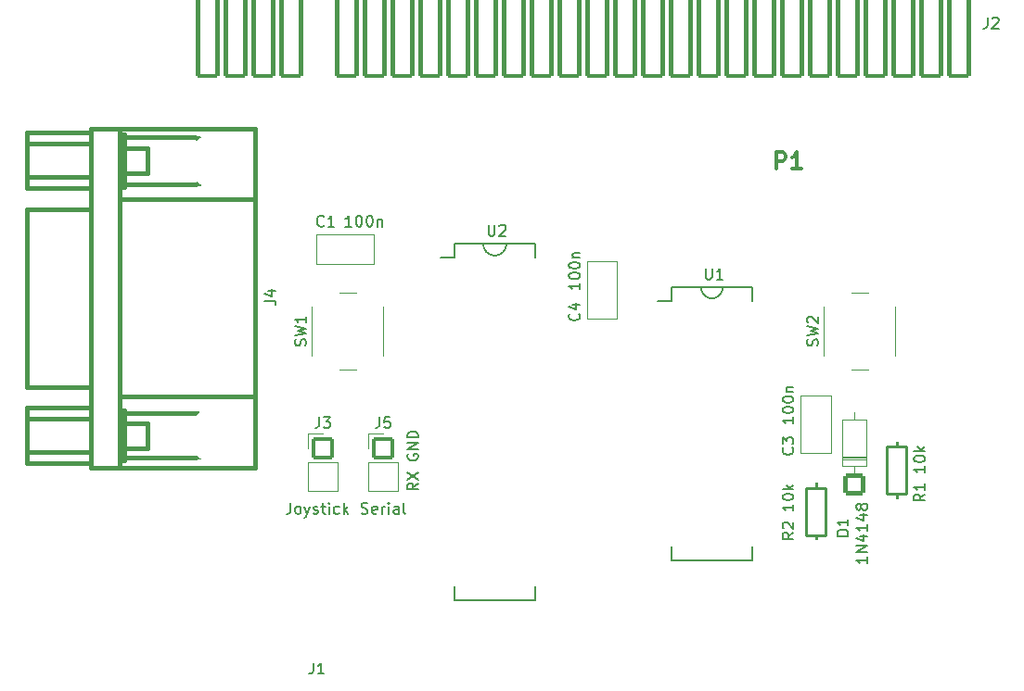
<source format=gto>
G04 #@! TF.GenerationSoftware,KiCad,Pcbnew,(6.0.11)*
G04 #@! TF.CreationDate,2023-05-12T09:27:08+02:00*
G04 #@! TF.ProjectId,DandaCartBase,44616e64-6143-4617-9274-426173652e6b,rev?*
G04 #@! TF.SameCoordinates,Original*
G04 #@! TF.FileFunction,Legend,Top*
G04 #@! TF.FilePolarity,Positive*
%FSLAX46Y46*%
G04 Gerber Fmt 4.6, Leading zero omitted, Abs format (unit mm)*
G04 Created by KiCad (PCBNEW (6.0.11)) date 2023-05-12 09:27:08*
%MOMM*%
%LPD*%
G01*
G04 APERTURE LIST*
G04 Aperture macros list*
%AMRoundRect*
0 Rectangle with rounded corners*
0 $1 Rounding radius*
0 $2 $3 $4 $5 $6 $7 $8 $9 X,Y pos of 4 corners*
0 Add a 4 corners polygon primitive as box body*
4,1,4,$2,$3,$4,$5,$6,$7,$8,$9,$2,$3,0*
0 Add four circle primitives for the rounded corners*
1,1,$1+$1,$2,$3*
1,1,$1+$1,$4,$5*
1,1,$1+$1,$6,$7*
1,1,$1+$1,$8,$9*
0 Add four rect primitives between the rounded corners*
20,1,$1+$1,$2,$3,$4,$5,0*
20,1,$1+$1,$4,$5,$6,$7,0*
20,1,$1+$1,$6,$7,$8,$9,0*
20,1,$1+$1,$8,$9,$2,$3,0*%
G04 Aperture macros list end*
%ADD10C,0.150000*%
%ADD11C,0.304800*%
%ADD12C,0.254000*%
%ADD13C,0.120000*%
%ADD14C,0.381000*%
%ADD15O,2.300000X1.600000*%
%ADD16C,1.998980*%
%ADD17O,2.700000X2.000000*%
%ADD18C,2.398980*%
%ADD19O,2.178000X5.480000*%
%ADD20RoundRect,0.200000X-0.889000X-3.810000X0.889000X-3.810000X0.889000X3.810000X-0.889000X3.810000X0*%
%ADD21C,2.400000*%
%ADD22C,2.000000*%
%ADD23RoundRect,0.200000X-0.850000X-0.850000X0.850000X-0.850000X0.850000X0.850000X-0.850000X0.850000X0*%
%ADD24O,2.100000X2.100000*%
%ADD25C,5.401260*%
%ADD26O,2.398980X1.901140*%
%ADD27RoundRect,0.200000X0.800000X-0.800000X0.800000X0.800000X-0.800000X0.800000X-0.800000X-0.800000X0*%
%ADD28O,2.000000X2.000000*%
%ADD29C,2.178000*%
G04 APERTURE END LIST*
D10*
X182702380Y-107142857D02*
X182702380Y-107714285D01*
X182702380Y-107428571D02*
X181702380Y-107428571D01*
X181845238Y-107523809D01*
X181940476Y-107619047D01*
X181988095Y-107714285D01*
X182702380Y-106714285D02*
X181702380Y-106714285D01*
X182702380Y-106142857D01*
X181702380Y-106142857D01*
X182035714Y-105238095D02*
X182702380Y-105238095D01*
X181654761Y-105476190D02*
X182369047Y-105714285D01*
X182369047Y-105095238D01*
X182702380Y-104190476D02*
X182702380Y-104761904D01*
X182702380Y-104476190D02*
X181702380Y-104476190D01*
X181845238Y-104571428D01*
X181940476Y-104666666D01*
X181988095Y-104761904D01*
X182035714Y-103333333D02*
X182702380Y-103333333D01*
X181654761Y-103571428D02*
X182369047Y-103809523D01*
X182369047Y-103190476D01*
X182130952Y-102666666D02*
X182083333Y-102761904D01*
X182035714Y-102809523D01*
X181940476Y-102857142D01*
X181892857Y-102857142D01*
X181797619Y-102809523D01*
X181750000Y-102761904D01*
X181702380Y-102666666D01*
X181702380Y-102476190D01*
X181750000Y-102380952D01*
X181797619Y-102333333D01*
X181892857Y-102285714D01*
X181940476Y-102285714D01*
X182035714Y-102333333D01*
X182083333Y-102380952D01*
X182130952Y-102476190D01*
X182130952Y-102666666D01*
X182178571Y-102761904D01*
X182226190Y-102809523D01*
X182321428Y-102857142D01*
X182511904Y-102857142D01*
X182607142Y-102809523D01*
X182654761Y-102761904D01*
X182702380Y-102666666D01*
X182702380Y-102476190D01*
X182654761Y-102380952D01*
X182607142Y-102333333D01*
X182511904Y-102285714D01*
X182321428Y-102285714D01*
X182226190Y-102333333D01*
X182178571Y-102380952D01*
X182130952Y-102476190D01*
X187952380Y-98845238D02*
X187952380Y-99416666D01*
X187952380Y-99130952D02*
X186952380Y-99130952D01*
X187095238Y-99226190D01*
X187190476Y-99321428D01*
X187238095Y-99416666D01*
X186952380Y-98226190D02*
X186952380Y-98130952D01*
X187000000Y-98035714D01*
X187047619Y-97988095D01*
X187142857Y-97940476D01*
X187333333Y-97892857D01*
X187571428Y-97892857D01*
X187761904Y-97940476D01*
X187857142Y-97988095D01*
X187904761Y-98035714D01*
X187952380Y-98130952D01*
X187952380Y-98226190D01*
X187904761Y-98321428D01*
X187857142Y-98369047D01*
X187761904Y-98416666D01*
X187571428Y-98464285D01*
X187333333Y-98464285D01*
X187142857Y-98416666D01*
X187047619Y-98369047D01*
X187000000Y-98321428D01*
X186952380Y-98226190D01*
X187952380Y-97464285D02*
X186952380Y-97464285D01*
X187571428Y-97369047D02*
X187952380Y-97083333D01*
X187285714Y-97083333D02*
X187666666Y-97464285D01*
X175952380Y-102345238D02*
X175952380Y-102916666D01*
X175952380Y-102630952D02*
X174952380Y-102630952D01*
X175095238Y-102726190D01*
X175190476Y-102821428D01*
X175238095Y-102916666D01*
X174952380Y-101726190D02*
X174952380Y-101630952D01*
X175000000Y-101535714D01*
X175047619Y-101488095D01*
X175142857Y-101440476D01*
X175333333Y-101392857D01*
X175571428Y-101392857D01*
X175761904Y-101440476D01*
X175857142Y-101488095D01*
X175904761Y-101535714D01*
X175952380Y-101630952D01*
X175952380Y-101726190D01*
X175904761Y-101821428D01*
X175857142Y-101869047D01*
X175761904Y-101916666D01*
X175571428Y-101964285D01*
X175333333Y-101964285D01*
X175142857Y-101916666D01*
X175047619Y-101869047D01*
X175000000Y-101821428D01*
X174952380Y-101726190D01*
X175952380Y-100964285D02*
X174952380Y-100964285D01*
X175571428Y-100869047D02*
X175952380Y-100583333D01*
X175285714Y-100583333D02*
X175666666Y-100964285D01*
X175952380Y-94369047D02*
X175952380Y-94940476D01*
X175952380Y-94654761D02*
X174952380Y-94654761D01*
X175095238Y-94750000D01*
X175190476Y-94845238D01*
X175238095Y-94940476D01*
X174952380Y-93750000D02*
X174952380Y-93654761D01*
X175000000Y-93559523D01*
X175047619Y-93511904D01*
X175142857Y-93464285D01*
X175333333Y-93416666D01*
X175571428Y-93416666D01*
X175761904Y-93464285D01*
X175857142Y-93511904D01*
X175904761Y-93559523D01*
X175952380Y-93654761D01*
X175952380Y-93750000D01*
X175904761Y-93845238D01*
X175857142Y-93892857D01*
X175761904Y-93940476D01*
X175571428Y-93988095D01*
X175333333Y-93988095D01*
X175142857Y-93940476D01*
X175047619Y-93892857D01*
X175000000Y-93845238D01*
X174952380Y-93750000D01*
X174952380Y-92797619D02*
X174952380Y-92702380D01*
X175000000Y-92607142D01*
X175047619Y-92559523D01*
X175142857Y-92511904D01*
X175333333Y-92464285D01*
X175571428Y-92464285D01*
X175761904Y-92511904D01*
X175857142Y-92559523D01*
X175904761Y-92607142D01*
X175952380Y-92702380D01*
X175952380Y-92797619D01*
X175904761Y-92892857D01*
X175857142Y-92940476D01*
X175761904Y-92988095D01*
X175571428Y-93035714D01*
X175333333Y-93035714D01*
X175142857Y-92988095D01*
X175047619Y-92940476D01*
X175000000Y-92892857D01*
X174952380Y-92797619D01*
X175285714Y-92035714D02*
X175952380Y-92035714D01*
X175380952Y-92035714D02*
X175333333Y-91988095D01*
X175285714Y-91892857D01*
X175285714Y-91750000D01*
X175333333Y-91654761D01*
X175428571Y-91607142D01*
X175952380Y-91607142D01*
X156452380Y-82119047D02*
X156452380Y-82690476D01*
X156452380Y-82404761D02*
X155452380Y-82404761D01*
X155595238Y-82500000D01*
X155690476Y-82595238D01*
X155738095Y-82690476D01*
X155452380Y-81500000D02*
X155452380Y-81404761D01*
X155500000Y-81309523D01*
X155547619Y-81261904D01*
X155642857Y-81214285D01*
X155833333Y-81166666D01*
X156071428Y-81166666D01*
X156261904Y-81214285D01*
X156357142Y-81261904D01*
X156404761Y-81309523D01*
X156452380Y-81404761D01*
X156452380Y-81500000D01*
X156404761Y-81595238D01*
X156357142Y-81642857D01*
X156261904Y-81690476D01*
X156071428Y-81738095D01*
X155833333Y-81738095D01*
X155642857Y-81690476D01*
X155547619Y-81642857D01*
X155500000Y-81595238D01*
X155452380Y-81500000D01*
X155452380Y-80547619D02*
X155452380Y-80452380D01*
X155500000Y-80357142D01*
X155547619Y-80309523D01*
X155642857Y-80261904D01*
X155833333Y-80214285D01*
X156071428Y-80214285D01*
X156261904Y-80261904D01*
X156357142Y-80309523D01*
X156404761Y-80357142D01*
X156452380Y-80452380D01*
X156452380Y-80547619D01*
X156404761Y-80642857D01*
X156357142Y-80690476D01*
X156261904Y-80738095D01*
X156071428Y-80785714D01*
X155833333Y-80785714D01*
X155642857Y-80738095D01*
X155547619Y-80690476D01*
X155500000Y-80642857D01*
X155452380Y-80547619D01*
X155785714Y-79785714D02*
X156452380Y-79785714D01*
X155880952Y-79785714D02*
X155833333Y-79738095D01*
X155785714Y-79642857D01*
X155785714Y-79500000D01*
X155833333Y-79404761D01*
X155928571Y-79357142D01*
X156452380Y-79357142D01*
X135630952Y-76952380D02*
X135059523Y-76952380D01*
X135345238Y-76952380D02*
X135345238Y-75952380D01*
X135250000Y-76095238D01*
X135154761Y-76190476D01*
X135059523Y-76238095D01*
X136250000Y-75952380D02*
X136345238Y-75952380D01*
X136440476Y-76000000D01*
X136488095Y-76047619D01*
X136535714Y-76142857D01*
X136583333Y-76333333D01*
X136583333Y-76571428D01*
X136535714Y-76761904D01*
X136488095Y-76857142D01*
X136440476Y-76904761D01*
X136345238Y-76952380D01*
X136250000Y-76952380D01*
X136154761Y-76904761D01*
X136107142Y-76857142D01*
X136059523Y-76761904D01*
X136011904Y-76571428D01*
X136011904Y-76333333D01*
X136059523Y-76142857D01*
X136107142Y-76047619D01*
X136154761Y-76000000D01*
X136250000Y-75952380D01*
X137202380Y-75952380D02*
X137297619Y-75952380D01*
X137392857Y-76000000D01*
X137440476Y-76047619D01*
X137488095Y-76142857D01*
X137535714Y-76333333D01*
X137535714Y-76571428D01*
X137488095Y-76761904D01*
X137440476Y-76857142D01*
X137392857Y-76904761D01*
X137297619Y-76952380D01*
X137202380Y-76952380D01*
X137107142Y-76904761D01*
X137059523Y-76857142D01*
X137011904Y-76761904D01*
X136964285Y-76571428D01*
X136964285Y-76333333D01*
X137011904Y-76142857D01*
X137059523Y-76047619D01*
X137107142Y-76000000D01*
X137202380Y-75952380D01*
X137964285Y-76285714D02*
X137964285Y-76952380D01*
X137964285Y-76380952D02*
X138011904Y-76333333D01*
X138107142Y-76285714D01*
X138250000Y-76285714D01*
X138345238Y-76333333D01*
X138392857Y-76428571D01*
X138392857Y-76952380D01*
X147630260Y-78494268D02*
G75*
G03*
X149749999Y-78500000I1059740J-50732D01*
G01*
X167519983Y-82500594D02*
G75*
G03*
X169500000Y-82500000I990017J-29406D01*
G01*
X140750000Y-97761904D02*
X140702380Y-97857142D01*
X140702380Y-98000000D01*
X140750000Y-98142857D01*
X140845238Y-98238095D01*
X140940476Y-98285714D01*
X141130952Y-98333333D01*
X141273809Y-98333333D01*
X141464285Y-98285714D01*
X141559523Y-98238095D01*
X141654761Y-98142857D01*
X141702380Y-98000000D01*
X141702380Y-97904761D01*
X141654761Y-97761904D01*
X141607142Y-97714285D01*
X141273809Y-97714285D01*
X141273809Y-97904761D01*
X141702380Y-97285714D02*
X140702380Y-97285714D01*
X141702380Y-96714285D01*
X140702380Y-96714285D01*
X141702380Y-96238095D02*
X140702380Y-96238095D01*
X140702380Y-96000000D01*
X140750000Y-95857142D01*
X140845238Y-95761904D01*
X140940476Y-95714285D01*
X141130952Y-95666666D01*
X141273809Y-95666666D01*
X141464285Y-95714285D01*
X141559523Y-95761904D01*
X141654761Y-95857142D01*
X141702380Y-96000000D01*
X141702380Y-96238095D01*
X136523809Y-103154761D02*
X136666666Y-103202380D01*
X136904761Y-103202380D01*
X137000000Y-103154761D01*
X137047619Y-103107142D01*
X137095238Y-103011904D01*
X137095238Y-102916666D01*
X137047619Y-102821428D01*
X137000000Y-102773809D01*
X136904761Y-102726190D01*
X136714285Y-102678571D01*
X136619047Y-102630952D01*
X136571428Y-102583333D01*
X136523809Y-102488095D01*
X136523809Y-102392857D01*
X136571428Y-102297619D01*
X136619047Y-102250000D01*
X136714285Y-102202380D01*
X136952380Y-102202380D01*
X137095238Y-102250000D01*
X137904761Y-103154761D02*
X137809523Y-103202380D01*
X137619047Y-103202380D01*
X137523809Y-103154761D01*
X137476190Y-103059523D01*
X137476190Y-102678571D01*
X137523809Y-102583333D01*
X137619047Y-102535714D01*
X137809523Y-102535714D01*
X137904761Y-102583333D01*
X137952380Y-102678571D01*
X137952380Y-102773809D01*
X137476190Y-102869047D01*
X138380952Y-103202380D02*
X138380952Y-102535714D01*
X138380952Y-102726190D02*
X138428571Y-102630952D01*
X138476190Y-102583333D01*
X138571428Y-102535714D01*
X138666666Y-102535714D01*
X139000000Y-103202380D02*
X139000000Y-102535714D01*
X139000000Y-102202380D02*
X138952380Y-102250000D01*
X139000000Y-102297619D01*
X139047619Y-102250000D01*
X139000000Y-102202380D01*
X139000000Y-102297619D01*
X139904761Y-103202380D02*
X139904761Y-102678571D01*
X139857142Y-102583333D01*
X139761904Y-102535714D01*
X139571428Y-102535714D01*
X139476190Y-102583333D01*
X139904761Y-103154761D02*
X139809523Y-103202380D01*
X139571428Y-103202380D01*
X139476190Y-103154761D01*
X139428571Y-103059523D01*
X139428571Y-102964285D01*
X139476190Y-102869047D01*
X139571428Y-102821428D01*
X139809523Y-102821428D01*
X139904761Y-102773809D01*
X140523809Y-103202380D02*
X140428571Y-103154761D01*
X140380952Y-103059523D01*
X140380952Y-102202380D01*
X130047619Y-102202380D02*
X130047619Y-102916666D01*
X130000000Y-103059523D01*
X129904761Y-103154761D01*
X129761904Y-103202380D01*
X129666666Y-103202380D01*
X130666666Y-103202380D02*
X130571428Y-103154761D01*
X130523809Y-103107142D01*
X130476190Y-103011904D01*
X130476190Y-102726190D01*
X130523809Y-102630952D01*
X130571428Y-102583333D01*
X130666666Y-102535714D01*
X130809523Y-102535714D01*
X130904761Y-102583333D01*
X130952380Y-102630952D01*
X131000000Y-102726190D01*
X131000000Y-103011904D01*
X130952380Y-103107142D01*
X130904761Y-103154761D01*
X130809523Y-103202380D01*
X130666666Y-103202380D01*
X131333333Y-102535714D02*
X131571428Y-103202380D01*
X131809523Y-102535714D02*
X131571428Y-103202380D01*
X131476190Y-103440476D01*
X131428571Y-103488095D01*
X131333333Y-103535714D01*
X132142857Y-103154761D02*
X132238095Y-103202380D01*
X132428571Y-103202380D01*
X132523809Y-103154761D01*
X132571428Y-103059523D01*
X132571428Y-103011904D01*
X132523809Y-102916666D01*
X132428571Y-102869047D01*
X132285714Y-102869047D01*
X132190476Y-102821428D01*
X132142857Y-102726190D01*
X132142857Y-102678571D01*
X132190476Y-102583333D01*
X132285714Y-102535714D01*
X132428571Y-102535714D01*
X132523809Y-102583333D01*
X132857142Y-102535714D02*
X133238095Y-102535714D01*
X133000000Y-102202380D02*
X133000000Y-103059523D01*
X133047619Y-103154761D01*
X133142857Y-103202380D01*
X133238095Y-103202380D01*
X133571428Y-103202380D02*
X133571428Y-102535714D01*
X133571428Y-102202380D02*
X133523809Y-102250000D01*
X133571428Y-102297619D01*
X133619047Y-102250000D01*
X133571428Y-102202380D01*
X133571428Y-102297619D01*
X134476190Y-103154761D02*
X134380952Y-103202380D01*
X134190476Y-103202380D01*
X134095238Y-103154761D01*
X134047619Y-103107142D01*
X134000000Y-103011904D01*
X134000000Y-102726190D01*
X134047619Y-102630952D01*
X134095238Y-102583333D01*
X134190476Y-102535714D01*
X134380952Y-102535714D01*
X134476190Y-102583333D01*
X134904761Y-103202380D02*
X134904761Y-102202380D01*
X135000000Y-102821428D02*
X135285714Y-103202380D01*
X135285714Y-102535714D02*
X134904761Y-102916666D01*
X141702380Y-100416666D02*
X141226190Y-100750000D01*
X141702380Y-100988095D02*
X140702380Y-100988095D01*
X140702380Y-100607142D01*
X140750000Y-100511904D01*
X140797619Y-100464285D01*
X140892857Y-100416666D01*
X141035714Y-100416666D01*
X141130952Y-100464285D01*
X141178571Y-100511904D01*
X141226190Y-100607142D01*
X141226190Y-100988095D01*
X140702380Y-100083333D02*
X141702380Y-99416666D01*
X140702380Y-99416666D02*
X141702380Y-100083333D01*
X167938095Y-80777380D02*
X167938095Y-81586904D01*
X167985714Y-81682142D01*
X168033333Y-81729761D01*
X168128571Y-81777380D01*
X168319047Y-81777380D01*
X168414285Y-81729761D01*
X168461904Y-81682142D01*
X168509523Y-81586904D01*
X168509523Y-80777380D01*
X169509523Y-81777380D02*
X168938095Y-81777380D01*
X169223809Y-81777380D02*
X169223809Y-80777380D01*
X169128571Y-80920238D01*
X169033333Y-81015476D01*
X168938095Y-81063095D01*
X175952380Y-104916666D02*
X175476190Y-105250000D01*
X175952380Y-105488095D02*
X174952380Y-105488095D01*
X174952380Y-105107142D01*
X175000000Y-105011904D01*
X175047619Y-104964285D01*
X175142857Y-104916666D01*
X175285714Y-104916666D01*
X175380952Y-104964285D01*
X175428571Y-105011904D01*
X175476190Y-105107142D01*
X175476190Y-105488095D01*
X175047619Y-104535714D02*
X175000000Y-104488095D01*
X174952380Y-104392857D01*
X174952380Y-104154761D01*
X175000000Y-104059523D01*
X175047619Y-104011904D01*
X175142857Y-103964285D01*
X175238095Y-103964285D01*
X175380952Y-104011904D01*
X175952380Y-104583333D01*
X175952380Y-103964285D01*
X148118095Y-76792380D02*
X148118095Y-77601904D01*
X148165714Y-77697142D01*
X148213333Y-77744761D01*
X148308571Y-77792380D01*
X148499047Y-77792380D01*
X148594285Y-77744761D01*
X148641904Y-77697142D01*
X148689523Y-77601904D01*
X148689523Y-76792380D01*
X149118095Y-76887619D02*
X149165714Y-76840000D01*
X149260952Y-76792380D01*
X149499047Y-76792380D01*
X149594285Y-76840000D01*
X149641904Y-76887619D01*
X149689523Y-76982857D01*
X149689523Y-77078095D01*
X149641904Y-77220952D01*
X149070476Y-77792380D01*
X149689523Y-77792380D01*
X132104666Y-116825380D02*
X132104666Y-117539666D01*
X132057047Y-117682523D01*
X131961809Y-117777761D01*
X131818952Y-117825380D01*
X131723714Y-117825380D01*
X133104666Y-117825380D02*
X132533238Y-117825380D01*
X132818952Y-117825380D02*
X132818952Y-116825380D01*
X132723714Y-116968238D01*
X132628476Y-117063476D01*
X132533238Y-117111095D01*
X193679666Y-57836380D02*
X193679666Y-58550666D01*
X193632047Y-58693523D01*
X193536809Y-58788761D01*
X193393952Y-58836380D01*
X193298714Y-58836380D01*
X194108238Y-57931619D02*
X194155857Y-57884000D01*
X194251095Y-57836380D01*
X194489190Y-57836380D01*
X194584428Y-57884000D01*
X194632047Y-57931619D01*
X194679666Y-58026857D01*
X194679666Y-58122095D01*
X194632047Y-58264952D01*
X194060619Y-58836380D01*
X194679666Y-58836380D01*
X187952380Y-101416666D02*
X187476190Y-101750000D01*
X187952380Y-101988095D02*
X186952380Y-101988095D01*
X186952380Y-101607142D01*
X187000000Y-101511904D01*
X187047619Y-101464285D01*
X187142857Y-101416666D01*
X187285714Y-101416666D01*
X187380952Y-101464285D01*
X187428571Y-101511904D01*
X187476190Y-101607142D01*
X187476190Y-101988095D01*
X187952380Y-100464285D02*
X187952380Y-101035714D01*
X187952380Y-100750000D02*
X186952380Y-100750000D01*
X187095238Y-100845238D01*
X187190476Y-100940476D01*
X187238095Y-101035714D01*
X178154761Y-87833333D02*
X178202380Y-87690476D01*
X178202380Y-87452380D01*
X178154761Y-87357142D01*
X178107142Y-87309523D01*
X178011904Y-87261904D01*
X177916666Y-87261904D01*
X177821428Y-87309523D01*
X177773809Y-87357142D01*
X177726190Y-87452380D01*
X177678571Y-87642857D01*
X177630952Y-87738095D01*
X177583333Y-87785714D01*
X177488095Y-87833333D01*
X177392857Y-87833333D01*
X177297619Y-87785714D01*
X177250000Y-87738095D01*
X177202380Y-87642857D01*
X177202380Y-87404761D01*
X177250000Y-87261904D01*
X177202380Y-86928571D02*
X178202380Y-86690476D01*
X177488095Y-86500000D01*
X178202380Y-86309523D01*
X177202380Y-86071428D01*
X177297619Y-85738095D02*
X177250000Y-85690476D01*
X177202380Y-85595238D01*
X177202380Y-85357142D01*
X177250000Y-85261904D01*
X177297619Y-85214285D01*
X177392857Y-85166666D01*
X177488095Y-85166666D01*
X177630952Y-85214285D01*
X178202380Y-85785714D01*
X178202380Y-85166666D01*
X133083333Y-76857142D02*
X133035714Y-76904761D01*
X132892857Y-76952380D01*
X132797619Y-76952380D01*
X132654761Y-76904761D01*
X132559523Y-76809523D01*
X132511904Y-76714285D01*
X132464285Y-76523809D01*
X132464285Y-76380952D01*
X132511904Y-76190476D01*
X132559523Y-76095238D01*
X132654761Y-76000000D01*
X132797619Y-75952380D01*
X132892857Y-75952380D01*
X133035714Y-76000000D01*
X133083333Y-76047619D01*
X134035714Y-76952380D02*
X133464285Y-76952380D01*
X133750000Y-76952380D02*
X133750000Y-75952380D01*
X133654761Y-76095238D01*
X133559523Y-76190476D01*
X133464285Y-76238095D01*
X131404761Y-87833333D02*
X131452380Y-87690476D01*
X131452380Y-87452380D01*
X131404761Y-87357142D01*
X131357142Y-87309523D01*
X131261904Y-87261904D01*
X131166666Y-87261904D01*
X131071428Y-87309523D01*
X131023809Y-87357142D01*
X130976190Y-87452380D01*
X130928571Y-87642857D01*
X130880952Y-87738095D01*
X130833333Y-87785714D01*
X130738095Y-87833333D01*
X130642857Y-87833333D01*
X130547619Y-87785714D01*
X130500000Y-87738095D01*
X130452380Y-87642857D01*
X130452380Y-87404761D01*
X130500000Y-87261904D01*
X130452380Y-86928571D02*
X131452380Y-86690476D01*
X130738095Y-86500000D01*
X131452380Y-86309523D01*
X130452380Y-86071428D01*
X131452380Y-85166666D02*
X131452380Y-85738095D01*
X131452380Y-85452380D02*
X130452380Y-85452380D01*
X130595238Y-85547619D01*
X130690476Y-85642857D01*
X130738095Y-85738095D01*
X132666666Y-94347380D02*
X132666666Y-95061666D01*
X132619047Y-95204523D01*
X132523809Y-95299761D01*
X132380952Y-95347380D01*
X132285714Y-95347380D01*
X133047619Y-94347380D02*
X133666666Y-94347380D01*
X133333333Y-94728333D01*
X133476190Y-94728333D01*
X133571428Y-94775952D01*
X133619047Y-94823571D01*
X133666666Y-94918809D01*
X133666666Y-95156904D01*
X133619047Y-95252142D01*
X133571428Y-95299761D01*
X133476190Y-95347380D01*
X133190476Y-95347380D01*
X133095238Y-95299761D01*
X133047619Y-95252142D01*
X175857142Y-97166666D02*
X175904761Y-97214285D01*
X175952380Y-97357142D01*
X175952380Y-97452380D01*
X175904761Y-97595238D01*
X175809523Y-97690476D01*
X175714285Y-97738095D01*
X175523809Y-97785714D01*
X175380952Y-97785714D01*
X175190476Y-97738095D01*
X175095238Y-97690476D01*
X175000000Y-97595238D01*
X174952380Y-97452380D01*
X174952380Y-97357142D01*
X175000000Y-97214285D01*
X175047619Y-97166666D01*
X174952380Y-96833333D02*
X174952380Y-96214285D01*
X175333333Y-96547619D01*
X175333333Y-96404761D01*
X175380952Y-96309523D01*
X175428571Y-96261904D01*
X175523809Y-96214285D01*
X175761904Y-96214285D01*
X175857142Y-96261904D01*
X175904761Y-96309523D01*
X175952380Y-96404761D01*
X175952380Y-96690476D01*
X175904761Y-96785714D01*
X175857142Y-96833333D01*
X127691380Y-83741333D02*
X128405666Y-83741333D01*
X128548523Y-83788952D01*
X128643761Y-83884190D01*
X128691380Y-84027047D01*
X128691380Y-84122285D01*
X128024714Y-82836571D02*
X128691380Y-82836571D01*
X127643761Y-83074666D02*
X128358047Y-83312761D01*
X128358047Y-82693714D01*
X138166666Y-94347380D02*
X138166666Y-95061666D01*
X138119047Y-95204523D01*
X138023809Y-95299761D01*
X137880952Y-95347380D01*
X137785714Y-95347380D01*
X139119047Y-94347380D02*
X138642857Y-94347380D01*
X138595238Y-94823571D01*
X138642857Y-94775952D01*
X138738095Y-94728333D01*
X138976190Y-94728333D01*
X139071428Y-94775952D01*
X139119047Y-94823571D01*
X139166666Y-94918809D01*
X139166666Y-95156904D01*
X139119047Y-95252142D01*
X139071428Y-95299761D01*
X138976190Y-95347380D01*
X138738095Y-95347380D01*
X138642857Y-95299761D01*
X138595238Y-95252142D01*
X180952380Y-105238095D02*
X179952380Y-105238095D01*
X179952380Y-105000000D01*
X180000000Y-104857142D01*
X180095238Y-104761904D01*
X180190476Y-104714285D01*
X180380952Y-104666666D01*
X180523809Y-104666666D01*
X180714285Y-104714285D01*
X180809523Y-104761904D01*
X180904761Y-104857142D01*
X180952380Y-105000000D01*
X180952380Y-105238095D01*
X180952380Y-103714285D02*
X180952380Y-104285714D01*
X180952380Y-104000000D02*
X179952380Y-104000000D01*
X180095238Y-104095238D01*
X180190476Y-104190476D01*
X180238095Y-104285714D01*
D11*
X174375142Y-71689428D02*
X174375142Y-70165428D01*
X174955714Y-70165428D01*
X175100857Y-70238000D01*
X175173428Y-70310571D01*
X175246000Y-70455714D01*
X175246000Y-70673428D01*
X175173428Y-70818571D01*
X175100857Y-70891142D01*
X174955714Y-70963714D01*
X174375142Y-70963714D01*
X176697428Y-71689428D02*
X175826571Y-71689428D01*
X176262000Y-71689428D02*
X176262000Y-70165428D01*
X176116857Y-70383142D01*
X175971714Y-70528285D01*
X175826571Y-70600857D01*
D10*
X156357142Y-84916666D02*
X156404761Y-84964285D01*
X156452380Y-85107142D01*
X156452380Y-85202380D01*
X156404761Y-85345238D01*
X156309523Y-85440476D01*
X156214285Y-85488095D01*
X156023809Y-85535714D01*
X155880952Y-85535714D01*
X155690476Y-85488095D01*
X155595238Y-85440476D01*
X155500000Y-85345238D01*
X155452380Y-85202380D01*
X155452380Y-85107142D01*
X155500000Y-84964285D01*
X155547619Y-84916666D01*
X155785714Y-84059523D02*
X156452380Y-84059523D01*
X155404761Y-84297619D02*
X156119047Y-84535714D01*
X156119047Y-83916666D01*
X172185000Y-82530000D02*
X172185000Y-83800000D01*
X164835000Y-107440000D02*
X172185000Y-107440000D01*
X172185000Y-107440000D02*
X172185000Y-106170000D01*
X164835000Y-82530000D02*
X164835000Y-83800000D01*
X164835000Y-83800000D02*
X163550000Y-83800000D01*
X164835000Y-107440000D02*
X164835000Y-106170000D01*
X164835000Y-82530000D02*
X172185000Y-82530000D01*
D12*
X178000000Y-105159000D02*
X178000000Y-106810000D01*
X177111000Y-100841000D02*
X177111000Y-105159000D01*
X178000000Y-100841000D02*
X178000000Y-99190000D01*
X177111000Y-105159000D02*
X178889000Y-105159000D01*
X178889000Y-100841000D02*
X177111000Y-100841000D01*
X178889000Y-105159000D02*
X178889000Y-100841000D01*
D10*
X145015000Y-78545000D02*
X145015000Y-79815000D01*
X145015000Y-78545000D02*
X152365000Y-78545000D01*
X152365000Y-111075000D02*
X152365000Y-109805000D01*
X145015000Y-111075000D02*
X152365000Y-111075000D01*
X145015000Y-79815000D02*
X143730000Y-79815000D01*
X145015000Y-111075000D02*
X145015000Y-109805000D01*
X152365000Y-78545000D02*
X152365000Y-79815000D01*
D12*
X186247923Y-97094357D02*
X184469923Y-97094357D01*
X184469923Y-101412357D02*
X186247923Y-101412357D01*
X185358923Y-101412357D02*
X185358923Y-103063357D01*
X186247923Y-101412357D02*
X186247923Y-97094357D01*
X184469923Y-97094357D02*
X184469923Y-101412357D01*
X185358923Y-97094357D02*
X185358923Y-95443357D01*
D13*
X181250000Y-90000000D02*
X182750000Y-90000000D01*
X185250000Y-88750000D02*
X185250000Y-84250000D01*
X182750000Y-83000000D02*
X181250000Y-83000000D01*
X178750000Y-84250000D02*
X178750000Y-88750000D01*
X132380000Y-77630000D02*
X137620000Y-77630000D01*
X137620000Y-77630000D02*
X137620000Y-80370000D01*
X132380000Y-80370000D02*
X137620000Y-80370000D01*
X132380000Y-77630000D02*
X132380000Y-80370000D01*
X138500000Y-88750000D02*
X138500000Y-84250000D01*
X134500000Y-90000000D02*
X136000000Y-90000000D01*
X132000000Y-84250000D02*
X132000000Y-88750000D01*
X136000000Y-83000000D02*
X134500000Y-83000000D01*
X131670000Y-98495000D02*
X134330000Y-98495000D01*
X131670000Y-95895000D02*
X133000000Y-95895000D01*
X131670000Y-97225000D02*
X131670000Y-95895000D01*
X131670000Y-101095000D02*
X134330000Y-101095000D01*
X134330000Y-98495000D02*
X134330000Y-101095000D01*
X131670000Y-98495000D02*
X131670000Y-101095000D01*
X179370000Y-97620000D02*
X179370000Y-92380000D01*
X176630000Y-97620000D02*
X176630000Y-92380000D01*
X176630000Y-92380000D02*
X179370000Y-92380000D01*
X176630000Y-97620000D02*
X179370000Y-97620000D01*
D14*
X105942000Y-93533000D02*
X105942000Y-98613000D01*
X114832000Y-98359000D02*
X114832000Y-93787000D01*
X111784000Y-68387000D02*
X105942000Y-68387000D01*
X126770000Y-68006000D02*
X111784000Y-68006000D01*
X114832000Y-68768000D02*
X121182000Y-68768000D01*
X105942000Y-73467000D02*
X111657000Y-73467000D01*
X116991000Y-94930000D02*
X116991000Y-97216000D01*
X116991000Y-72070000D02*
X114451000Y-72070000D01*
X105942000Y-91628000D02*
X111784000Y-91628000D01*
X123468000Y-69403000D02*
X123468000Y-72578000D01*
X114451000Y-92517000D02*
X126770000Y-92517000D01*
X123468000Y-72578000D02*
X121309000Y-73086000D01*
X123468000Y-94422000D02*
X123468000Y-97597000D01*
X114578000Y-68514000D02*
X114578000Y-73340000D01*
X114451000Y-74483000D02*
X126770000Y-74483000D01*
X126770000Y-98994000D02*
X126770000Y-68006000D01*
X114578000Y-73340000D02*
X114832000Y-73340000D01*
X111784000Y-93533000D02*
X105942000Y-93533000D01*
X114832000Y-73340000D02*
X114832000Y-68514000D01*
X114832000Y-93787000D02*
X114578000Y-93787000D01*
X114578000Y-93787000D02*
X114578000Y-98359000D01*
X105942000Y-75372000D02*
X105942000Y-91628000D01*
X121182000Y-68768000D02*
X123468000Y-69403000D01*
X121309000Y-98105000D02*
X114832000Y-98105000D01*
X111784000Y-69403000D02*
X105942000Y-69403000D01*
X114451000Y-94930000D02*
X116991000Y-94930000D01*
X114832000Y-94041000D02*
X121436000Y-94041000D01*
X114451000Y-68006000D02*
X114451000Y-98994000D01*
X123468000Y-97597000D02*
X121309000Y-98105000D01*
X105942000Y-68387000D02*
X105942000Y-73467000D01*
X111784000Y-97597000D02*
X105942000Y-97597000D01*
X111784000Y-68006000D02*
X111784000Y-98994000D01*
X121436000Y-94041000D02*
X123468000Y-94422000D01*
X105942000Y-98613000D02*
X111657000Y-98613000D01*
X111784000Y-98994000D02*
X126770000Y-98994000D01*
X116991000Y-97216000D02*
X114451000Y-97216000D01*
X114451000Y-69784000D02*
X116991000Y-69784000D01*
X111784000Y-72451000D02*
X105942000Y-72451000D01*
X111784000Y-94549000D02*
X105942000Y-94549000D01*
X114832000Y-68514000D02*
X114578000Y-68514000D01*
X116991000Y-69784000D02*
X116991000Y-72070000D01*
X114578000Y-98359000D02*
X114832000Y-98359000D01*
X121309000Y-73086000D02*
X114832000Y-73086000D01*
X111784000Y-75372000D02*
X105942000Y-75372000D01*
D13*
X137170000Y-97225000D02*
X137170000Y-95895000D01*
X139830000Y-98495000D02*
X139830000Y-101095000D01*
X137170000Y-98495000D02*
X139830000Y-98495000D01*
X137170000Y-98495000D02*
X137170000Y-101095000D01*
X137170000Y-95895000D02*
X138500000Y-95895000D01*
X137170000Y-101095000D02*
X139830000Y-101095000D01*
X180380000Y-98090000D02*
X182620000Y-98090000D01*
X180380000Y-94570000D02*
X180380000Y-98810000D01*
X181500000Y-99460000D02*
X181500000Y-98810000D01*
X180380000Y-97970000D02*
X182620000Y-97970000D01*
X182620000Y-98810000D02*
X182620000Y-94570000D01*
X182620000Y-94570000D02*
X180380000Y-94570000D01*
X180380000Y-98210000D02*
X182620000Y-98210000D01*
X181500000Y-93920000D02*
X181500000Y-94570000D01*
X180380000Y-98810000D02*
X182620000Y-98810000D01*
X157130000Y-85370000D02*
X157130000Y-80130000D01*
X157130000Y-85370000D02*
X159870000Y-85370000D01*
X159870000Y-85370000D02*
X159870000Y-80130000D01*
X157130000Y-80130000D02*
X159870000Y-80130000D01*
D15*
X164700000Y-84825000D03*
X164700000Y-87365000D03*
X164700000Y-89905000D03*
X164700000Y-92445000D03*
X164700000Y-94985000D03*
X164700000Y-97525000D03*
X164700000Y-100065000D03*
X164700000Y-102605000D03*
X164700000Y-105145000D03*
X172320000Y-105145000D03*
X172320000Y-102605000D03*
X172320000Y-100065000D03*
X172320000Y-97525000D03*
X172320000Y-94985000D03*
X172320000Y-92445000D03*
X172320000Y-89905000D03*
X172320000Y-87365000D03*
X172320000Y-84825000D03*
D16*
X178000000Y-99190000D03*
X178000000Y-106810000D03*
D15*
X144880000Y-80840000D03*
X144880000Y-83380000D03*
X144880000Y-85920000D03*
X144880000Y-88460000D03*
X144880000Y-91000000D03*
X144880000Y-93540000D03*
X144880000Y-96080000D03*
X144880000Y-98620000D03*
X144880000Y-101160000D03*
X144880000Y-103700000D03*
X144880000Y-106240000D03*
X144880000Y-108780000D03*
X152500000Y-108780000D03*
X152500000Y-106240000D03*
X152500000Y-103700000D03*
X152500000Y-101160000D03*
X152500000Y-98620000D03*
X152500000Y-96080000D03*
X152500000Y-93540000D03*
X152500000Y-91000000D03*
X152500000Y-88460000D03*
X152500000Y-85920000D03*
X152500000Y-83380000D03*
X152500000Y-80840000D03*
D16*
X185358923Y-103063357D03*
X185358923Y-95443357D03*
%LPC*%
D17*
X164700000Y-84825000D03*
X164700000Y-87365000D03*
X164700000Y-89905000D03*
X164700000Y-92445000D03*
X164700000Y-94985000D03*
X164700000Y-97525000D03*
X164700000Y-100065000D03*
X164700000Y-102605000D03*
X164700000Y-105145000D03*
X172320000Y-105145000D03*
X172320000Y-102605000D03*
X172320000Y-100065000D03*
X172320000Y-97525000D03*
X172320000Y-94985000D03*
X172320000Y-92445000D03*
X172320000Y-89905000D03*
X172320000Y-87365000D03*
X172320000Y-84825000D03*
D18*
X178000000Y-99190000D03*
X178000000Y-106810000D03*
D17*
X144880000Y-80840000D03*
X144880000Y-83380000D03*
X144880000Y-85920000D03*
X144880000Y-88460000D03*
X144880000Y-91000000D03*
X144880000Y-93540000D03*
X144880000Y-96080000D03*
X144880000Y-98620000D03*
X144880000Y-101160000D03*
X144880000Y-103700000D03*
X144880000Y-106240000D03*
X144880000Y-108780000D03*
X152500000Y-108780000D03*
X152500000Y-106240000D03*
X152500000Y-103700000D03*
X152500000Y-101160000D03*
X152500000Y-98620000D03*
X152500000Y-96080000D03*
X152500000Y-93540000D03*
X152500000Y-91000000D03*
X152500000Y-88460000D03*
X152500000Y-85920000D03*
X152500000Y-83380000D03*
X152500000Y-80840000D03*
D19*
X122349000Y-117284000D03*
X124889000Y-117284000D03*
X127429000Y-117284000D03*
X129969000Y-117284000D03*
X135049000Y-117284000D03*
X137589000Y-117284000D03*
X140129000Y-117284000D03*
X142669000Y-117284000D03*
X145209000Y-117284000D03*
X147749000Y-117284000D03*
X150289000Y-117284000D03*
X152829000Y-117284000D03*
X155369000Y-117284000D03*
X157909000Y-117284000D03*
X160449000Y-117284000D03*
X162989000Y-117284000D03*
X165529000Y-117284000D03*
X168069000Y-117284000D03*
X170609000Y-117284000D03*
X173149000Y-117284000D03*
X175689000Y-117284000D03*
X178229000Y-117284000D03*
X180769000Y-117284000D03*
X183309000Y-117284000D03*
X185849000Y-117284000D03*
X188389000Y-117284000D03*
X190929000Y-117284000D03*
D20*
X122456000Y-59375000D03*
X124996000Y-59375000D03*
X127536000Y-59375000D03*
X130076000Y-59375000D03*
X135156000Y-59375000D03*
X137696000Y-59375000D03*
X140236000Y-59375000D03*
X142776000Y-59375000D03*
X145316000Y-59375000D03*
X147856000Y-59375000D03*
X150396000Y-59375000D03*
X152936000Y-59375000D03*
X155476000Y-59375000D03*
X158016000Y-59375000D03*
X160556000Y-59375000D03*
X163096000Y-59375000D03*
X165636000Y-59375000D03*
X168176000Y-59375000D03*
X170716000Y-59375000D03*
X173256000Y-59375000D03*
X175796000Y-59375000D03*
X178336000Y-59375000D03*
X180876000Y-59375000D03*
X183416000Y-59375000D03*
X185956000Y-59375000D03*
X188496000Y-59375000D03*
X191036000Y-59375000D03*
D18*
X185358923Y-103063357D03*
X185358923Y-95443357D03*
D21*
X179750000Y-89750000D03*
X179750000Y-83250000D03*
X184250000Y-83250000D03*
X184250000Y-89750000D03*
D22*
X133750000Y-79000000D03*
X136250000Y-79000000D03*
D21*
X133000000Y-83250000D03*
X133000000Y-89750000D03*
X137500000Y-83250000D03*
X137500000Y-89750000D03*
D23*
X133000000Y-97225000D03*
D24*
X133000000Y-99765000D03*
D22*
X178000000Y-96250000D03*
X178000000Y-93750000D03*
D25*
X123468000Y-95994260D03*
X123468000Y-71005740D03*
D26*
X124986920Y-77960260D03*
X124986920Y-80728860D03*
X124986920Y-83500000D03*
X124986920Y-86271140D03*
X124986920Y-89039740D03*
X121949080Y-79344560D03*
X121949080Y-82115700D03*
X121949080Y-84884300D03*
X121949080Y-87655440D03*
D23*
X138500000Y-97225000D03*
D24*
X138500000Y-99765000D03*
D27*
X181500000Y-100500000D03*
D28*
X181500000Y-92880000D03*
D29*
X185060000Y-73540000D03*
X185060000Y-68460000D03*
X182520000Y-73540000D03*
X182520000Y-68460000D03*
X179980000Y-73540000D03*
X179980000Y-68460000D03*
X177440000Y-73540000D03*
X177440000Y-68460000D03*
X172360000Y-73540000D03*
X172360000Y-68460000D03*
X169820000Y-73540000D03*
X169820000Y-68460000D03*
X167280000Y-73540000D03*
X167280000Y-68460000D03*
X164740000Y-73540000D03*
X164740000Y-68460000D03*
X162200000Y-73540000D03*
X162200000Y-68460000D03*
X159660000Y-73540000D03*
X159660000Y-68460000D03*
X157120000Y-73540000D03*
X157120000Y-68460000D03*
X154580000Y-73540000D03*
X154580000Y-68460000D03*
X152040000Y-73540000D03*
X152040000Y-68460000D03*
X149500000Y-73540000D03*
X149500000Y-68460000D03*
X146960000Y-73540000D03*
X146960000Y-68460000D03*
X144420000Y-73540000D03*
X144420000Y-68460000D03*
X141880000Y-73540000D03*
X141880000Y-68460000D03*
D22*
X158500000Y-84000000D03*
X158500000Y-81500000D03*
M02*

</source>
